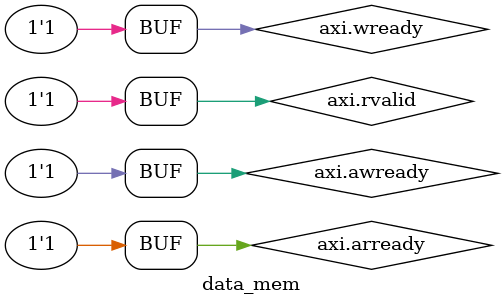
<source format=sv>
module data_mem (
  axi_intf.slave axi
);

localparam ADDR_WIDTH = 7;

logic [7:0] data_memory0 [2**ADDR_WIDTH-2-1:0];
logic [7:0] data_memory1 [2**ADDR_WIDTH-1:0];
logic [7:0] data_memory2 [2**ADDR_WIDTH-1:0];
logic [7:0] data_memory3 [2**ADDR_WIDTH-1:0];


logic [7:0] read_data [3:0];

assign axi.awready = 1;
assign axi.wready = 1;
assign axi.rvalid = 1;
assign axi.arready = 1;

always_ff @(posedge axi.aclk) begin
  if (axi.awvalid && axi.wvalid) begin
    if (axi.wstrb[0]) data_memory0[axi.awaddr[ADDR_WIDTH+2-1:2]] = axi.wdata[7:0];
    if (axi.wstrb[1]) data_memory1[axi.awaddr[ADDR_WIDTH+2-1:2]] = axi.wdata[15:8];
    if (axi.wstrb[2]) data_memory2[axi.awaddr[ADDR_WIDTH+2-1:2]] = axi.wdata[23:16];
    if (axi.wstrb[3]) data_memory3[axi.awaddr[ADDR_WIDTH+2-1:2]] = axi.wdata[31:24];
  end
end

always_comb begin
  read_data[0] = data_memory0[axi.araddr[ADDR_WIDTH+2-1:2]];
  read_data[1] = data_memory1[axi.araddr[ADDR_WIDTH+2-1:2]];
  read_data[2] = data_memory2[axi.araddr[ADDR_WIDTH+2-1:2]];
  read_data[3] = data_memory3[axi.araddr[ADDR_WIDTH+2-1:2]];
  axi.rdata = {read_data[3], read_data[2], read_data[1], read_data[0]};
end

endmodule

</source>
